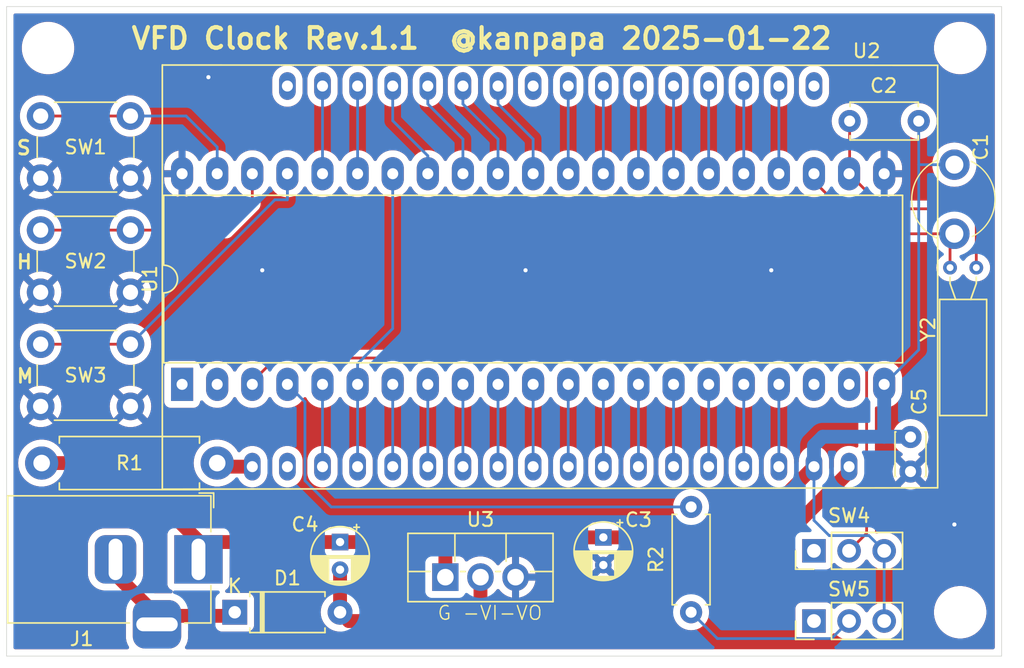
<source format=kicad_pcb>
(kicad_pcb (version 20240108) (generator "pcbnew") (generator_version "8.0")
  (title_block (title "VFD Clock") (date "2025-01-22") (rev "1.1") (company "kanpapa.com"))
  (layers (0 "F.Cu" signal) (31 "B.Cu" signal) (34 "B.Paste" user) (35 "F.Paste" user) (36 "B.SilkS" user "B.Silkscreen") (37 "F.SilkS" user "F.Silkscreen") (38 "B.Mask" user) (39 "F.Mask" user) (44 "Edge.Cuts" user))
  (net 0 "")
  (net 1 "Net-(U1-~XT)")
  (net 2 "GND")
  (net 3 "Net-(U1-XT)")
  (net 4 "VCC")
  (net 5 "VEE")
  (net 6 "Net-(D1-K)")
  (net 7 "Net-(U2-F2)")
  (net 8 "Net-(SW5-B)")
  (net 9 "Net-(U1-BLIGHT)")
  (net 10 "Net-(U1-CLR-SEC)")
  (net 11 "Net-(U1-UP-HOUR)")
  (net 12 "Net-(U1-UP-MIN)")
  (net 13 "Net-(SW4-B)")
  (net 15 "/c2")
  (net 16 "/a4")
  (net 17 "/a1")
  (net 18 "/g3")
  (net 19 "/d1")
  (net 20 "/a3")
  (net 22 "/b4")
  (net 23 "/c1")
  (net 24 "/f2")
  (net 25 "/e4")
  (net 26 "/b2")
  (net 27 "/b3")
  (net 28 "/c4")
  (net 29 "/a2")
  (net 31 "/g1")
  (net 32 "/f3")
  (net 33 "/e3")
  (net 35 "/c3")
  (net 36 "/b1")
  (net 37 "/e1")
  (net 38 "/g4")
  (net 39 "/d2")
  (net 40 "/f4")
  (net 41 "/e2")
  (net 42 "/d3")
  (net 44 "/g2")
  (net 45 "/f1")
  (footprint "Diode_THT:D_A-405_P7.62mm_Horizontal" (layer "F.Cu") (at 129.71 115.76)
    (property "Reference" "D1" (at 3.81 -2.47 0) (layer "F.SilkS"))
    (property "Value" "1S4")
    (fp_text user "K" (at 0 -1.9 0) (layer "F.SilkS"))
    (pad "1" thru_hole rect (at 0 0) (size 1.8 1.8) (drill 0.9) (layers "*.Cu" "*.Mask") (net 6 "Net-(D1-K)"))
    (pad "2" thru_hole oval (at 7.62 0) (size 1.8 1.8) (drill 0.9) (layers "*.Cu" "*.Mask") (net 5 "VEE"))
  )
  (footprint "Button_Switch_THT:SW_PUSH_6mm" (layer "F.Cu") (at 115.665 79.855)
    (property "Reference" "SW1" (at 3.25 2.25 0) (layer "F.SilkS"))
    (property "Value" "CLR-SEC")
    (pad "1" thru_hole circle (at 0 0 90) (size 2 2) (drill 1.1) (layers "*.Cu" "*.Mask") (net 10 "Net-(U1-CLR-SEC)"))
    (pad "1" thru_hole circle (at 6.5 0 90) (size 2 2) (drill 1.1) (layers "*.Cu" "*.Mask") (net 10 "Net-(U1-CLR-SEC)"))
    (pad "2" thru_hole circle (at 0 4.5 90) (size 2 2) (drill 1.1) (layers "*.Cu" "*.Mask") (net 2 "GND"))
    (pad "2" thru_hole circle (at 6.5 4.5 90) (size 2 2) (drill 1.1) (layers "*.Cu" "*.Mask") (net 2 "GND"))
  )
  (footprint "vfdclock:C_Trim_D6.0mm_H5.0mm_P5.0mm" (layer "F.Cu") (at 181.78 88.375 90)
    (property "Reference" "C1" (at 6.27 1.905 90) (layer "F.SilkS"))
    (property "Value" "30P")
    (pad "1" thru_hole circle (at 0 0 90) (size 2.2 2.2) (drill 1.3) (layers "*.Cu" "*.Mask") (net 1 "Net-(U1-~XT)"))
    (pad "2" thru_hole circle (at 5 0 90) (size 2.2 2.2) (drill 1.3) (layers "*.Cu" "*.Mask") (net 4 "VCC"))
  )
  (footprint "MountingHole:MountingHole_3.2mm_M3" (layer "F.Cu") (at 182.2 74.935)
    (property "Reference" "MH1" (hide yes))
    (property "Value" "MountingHole_3.2mm_M3" (hide yes))
    (pad "" np_thru_hole circle (at 0 0) (size 3.2 3.2) (drill 3.2) (layers "*.Cu" "*.Mask"))
  )
  (footprint "Crystal:Crystal_C38-LF_D3.0mm_L8.0mm_Horizontal" (layer "F.Cu") (at 181.465 90.825)
    (property "Reference" "Y2" (at -1.59 4.465 90) (layer "F.SilkS"))
    (property "Value" "4.1943MHz")
    (pad "1" thru_hole circle (at 0 0) (size 1 1) (drill 0.5) (layers "*.Cu" "*.Mask") (net 1 "Net-(U1-~XT)"))
    (pad "2" thru_hole circle (at 1.9 0) (size 1 1) (drill 0.5) (layers "*.Cu" "*.Mask") (net 3 "Net-(U1-XT)"))
  )
  (footprint "MountingHole:MountingHole_3.2mm_M3" (layer "F.Cu") (at 182.2 115.76)
    (property "Reference" "MH4" (hide yes))
    (property "Value" "MountingHole_3.2mm_M3" (hide yes))
    (pad "" np_thru_hole circle (at 0 0) (size 3.2 3.2) (drill 3.2) (layers "*.Cu" "*.Mask"))
  )
  (footprint "Package_TO_SOT_THT:TO-220F-3_Vertical" (layer "F.Cu") (at 144.95 113.22)
    (property "Reference" "U3" (at 2.54 -4.1675 0) (layer "F.SilkS"))
    (property "Value" "MC7905")
    (pad "1" thru_hole rect (at 0 0) (size 1.905 2) (drill 1.2) (layers "*.Cu" "*.Mask") (net 4 "VCC"))
    (pad "2" thru_hole oval (at 2.54 0) (size 1.905 2) (drill 1.2) (layers "*.Cu" "*.Mask") (net 5 "VEE"))
    (pad "3" thru_hole oval (at 5.08 0) (size 1.905 2) (drill 1.2) (layers "*.Cu" "*.Mask") (net 2 "GND"))
  )
  (footprint "Capacitor_THT:CP_Radial_D4.0mm_P2.00mm" (layer "F.Cu") (at 137.33 110.68 -90)
    (property "Reference" "C4" (at -1.27 2.54 180) (layer "F.SilkS"))
    (property "Value" "100uF")
    (pad "1" thru_hole rect (at 0 0 270) (size 1.2 1.2) (drill 0.6) (layers "*.Cu" "*.Mask") (net 4 "VCC"))
    (pad "2" thru_hole circle (at 2 0 270) (size 1.2 1.2) (drill 0.6) (layers "*.Cu" "*.Mask") (net 5 "VEE"))
  )
  (footprint "MountingHole:MountingHole_3.2mm_M3" (layer "F.Cu") (at 116.2 74.935)
    (property "Reference" "MH2" (hide yes))
    (property "Value" "MountingHole_3.2mm_M3" (hide yes))
    (pad "" np_thru_hole circle (at 0 0) (size 3.2 3.2) (drill 3.2) (layers "*.Cu" "*.Mask"))
  )
  (footprint "Package_DIP:DIP-42_W15.24mm_LongPads" (layer "F.Cu") (at 125.9 99.27 90)
    (property "Reference" "U1" (at 7.62 -2.33 90) (layer "F.SilkS"))
    (property "Value" "T3605")
    (pad "1" thru_hole rect (at 0 0 90) (size 2.4 1.6) (drill 0.8) (layers "*.Cu" "*.Mask"))
    (pad "2" thru_hole oval (at 0 2.54 90) (size 2.4 1.6) (drill 0.8) (layers "*.Cu" "*.Mask"))
    (pad "3" thru_hole oval (at 0 5.08 90) (size 2.4 1.6) (drill 0.8) (layers "*.Cu" "*.Mask") (net 13 "Net-(SW4-B)"))
    (pad "4" thru_hole oval (at 0 7.62 90) (size 2.4 1.6) (drill 0.8) (layers "*.Cu" "*.Mask") (net 9 "Net-(U1-BLIGHT)"))
    (pad "5" thru_hole oval (at 0 10.16 90) (size 2.4 1.6) (drill 0.8) (layers "*.Cu" "*.Mask") (net 25 "/e4"))
    (pad "6" thru_hole oval (at 0 12.7 90) (size 2.4 1.6) (drill 0.8) (layers "*.Cu" "*.Mask") (net 16 "/a4"))
    (pad "7" thru_hole oval (at 0 15.24 90) (size 2.4 1.6) (drill 0.8) (layers "*.Cu" "*.Mask") (net 28 "/c4"))
    (pad "8" thru_hole oval (at 0 17.78 90) (size 2.4 1.6) (drill 0.8) (layers "*.Cu" "*.Mask") (net 18 "/g3"))
    (pad "9" thru_hole oval (at 0 20.32 90) (size 2.4 1.6) (drill 0.8) (layers "*.Cu" "*.Mask") (net 33 "/e3"))
    (pad "10" thru_hole oval (at 0 22.86 90) (size 2.4 1.6) (drill 0.8) (layers "*.Cu" "*.Mask") (net 42 "/d3"))
    (pad "11" thru_hole oval (at 0 25.4 90) (size 2.4 1.6) (drill 0.8) (layers "*.Cu" "*.Mask") (net 35 "/c3"))
    (pad "12" thru_hole oval (at 0 27.94 90) (size 2.4 1.6) (drill 0.8) (layers "*.Cu" "*.Mask") (net 44 "/g2"))
    (pad "13" thru_hole oval (at 0 30.48 90) (size 2.4 1.6) (drill 0.8) (layers "*.Cu" "*.Mask") (net 41 "/e2"))
    (pad "14" thru_hole oval (at 0 33.02 90) (size 2.4 1.6) (drill 0.8) (layers "*.Cu" "*.Mask") (net 15 "/c2"))
    (pad "15" thru_hole oval (at 0 35.56 90) (size 2.4 1.6) (drill 0.8) (layers "*.Cu" "*.Mask") (net 31 "/g1"))
    (pad "16" thru_hole oval (at 0 38.1 90) (size 2.4 1.6) (drill 0.8) (layers "*.Cu" "*.Mask") (net 37 "/e1"))
    (pad "17" thru_hole oval (at 0 40.64 90) (size 2.4 1.6) (drill 0.8) (layers "*.Cu" "*.Mask") (net 19 "/d1"))
    (pad "18" thru_hole oval (at 0 43.18 90) (size 2.4 1.6) (drill 0.8) (layers "*.Cu" "*.Mask") (net 23 "/c1"))
    (pad "19" thru_hole oval (at 0 45.72 90) (size 2.4 1.6) (drill 0.8) (layers "*.Cu" "*.Mask"))
    (pad "20" thru_hole oval (at 0 48.26 90) (size 2.4 1.6) (drill 0.8) (layers "*.Cu" "*.Mask"))
    (pad "21" thru_hole oval (at 0 50.8 90) (size 2.4 1.6) (drill 0.8) (layers "*.Cu" "*.Mask") (net 4 "VCC"))
    (pad "22" thru_hole oval (at 15.24 50.8 90) (size 2.4 1.6) (drill 0.8) (layers "*.Cu" "*.Mask") (net 2 "GND"))
    (pad "23" thru_hole oval (at 15.24 48.26 90) (size 2.4 1.6) (drill 0.8) (layers "*.Cu" "*.Mask") (net 3 "Net-(U1-XT)"))
    (pad "24" thru_hole oval (at 15.24 45.72 90) (size 2.4 1.6) (drill 0.8) (layers "*.Cu" "*.Mask") (net 1 "Net-(U1-~XT)"))
    (pad "25" thru_hole oval (at 15.24 43.18 90) (size 2.4 1.6) (drill 0.8) (layers "*.Cu" "*.Mask") (net 36 "/b1"))
    (pad "26" thru_hole oval (at 15.24 40.64 90) (size 2.4 1.6) (drill 0.8) (layers "*.Cu" "*.Mask") (net 17 "/a1"))
    (pad "27" thru_hole oval (at 15.24 38.1 90) (size 2.4 1.6) (drill 0.8) (layers "*.Cu" "*.Mask") (net 45 "/f1"))
    (pad "28" thru_hole oval (at 15.24 35.56 90) (size 2.4 1.6) (drill 0.8) (layers "*.Cu" "*.Mask") (net 26 "/b2"))
    (pad "29" thru_hole oval (at 15.24 33.02 90) (size 2.4 1.6) (drill 0.8) (layers "*.Cu" "*.Mask") (net 39 "/d2"))
    (pad "30" thru_hole oval (at 15.24 30.48 90) (size 2.4 1.6) (drill 0.8) (layers "*.Cu" "*.Mask") (net 24 "/f2"))
    (pad "31" thru_hole oval (at 15.24 27.94 90) (size 2.4 1.6) (drill 0.8) (layers "*.Cu" "*.Mask") (net 29 "/a2"))
    (pad "32" thru_hole oval (at 15.24 25.4 90) (size 2.4 1.6) (drill 0.8) (layers "*.Cu" "*.Mask") (net 27 "/b3"))
    (pad "33" thru_hole oval (at 15.24 22.86 90) (size 2.4 1.6) (drill 0.8) (layers "*.Cu" "*.Mask") (net 20 "/a3"))
    (pad "34" thru_hole oval (at 15.24 20.32 90) (size 2.4 1.6) (drill 0.8) (layers "*.Cu" "*.Mask") (net 32 "/f3"))
    (pad "35" thru_hole oval (at 15.24 17.78 90) (size 2.4 1.6) (drill 0.8) (layers "*.Cu" "*.Mask") (net 22 "/b4"))
    (pad "36" thru_hole oval (at 15.24 15.24 90) (size 2.4 1.6) (drill 0.8) (layers "*.Cu" "*.Mask") (net 16 "/a4"))
    (pad "37" thru_hole oval (at 15.24 12.7 90) (size 2.4 1.6) (drill 0.8) (layers "*.Cu" "*.Mask") (net 40 "/f4"))
    (pad "38" thru_hole oval (at 15.24 10.16 90) (size 2.4 1.6) (drill 0.8) (layers "*.Cu" "*.Mask") (net 38 "/g4"))
    (pad "39" thru_hole oval (at 15.24 7.62 90) (size 2.4 1.6) (drill 0.8) (layers "*.Cu" "*.Mask") (net 12 "Net-(U1-UP-MIN)"))
    (pad "40" thru_hole oval (at 15.24 5.08 90) (size 2.4 1.6) (drill 0.8) (layers "*.Cu" "*.Mask") (net 11 "Net-(U1-UP-HOUR)"))
    (pad "41" thru_hole oval (at 15.24 2.54 90) (size 2.4 1.6) (drill 0.8) (layers "*.Cu" "*.Mask") (net 10 "Net-(U1-CLR-SEC)"))
    (pad "42" thru_hole oval (at 15.24 0 90) (size 2.4 1.6) (drill 0.8) (layers "*.Cu" "*.Mask") (net 2 "GND"))
  )
  (footprint "Capacitor_THT:CP_Radial_D4.0mm_P2.00mm" (layer "F.Cu") (at 156.38 110.342401 -90)
    (property "Reference" "C3" (at -1.27 -2.54 0) (layer "F.SilkS"))
    (property "Value" "100uF")
    (pad "1" thru_hole rect (at 0 0 270) (size 1.2 1.2) (drill 0.6) (layers "*.Cu" "*.Mask") (net 4 "VCC"))
    (pad "2" thru_hole circle (at 2 0 270) (size 1.2 1.2) (drill 0.6) (layers "*.Cu" "*.Mask") (net 2 "GND"))
  )
  (footprint "Connector_PinHeader_2.54mm:PinHeader_1x03_P2.54mm_Vertical" (layer "F.Cu") (at 171.62 111.315 90)
    (property "Reference" "SW4" (at 2.54 2.54 0) (layer "F.SilkS"))
    (property "Value" "SW_SPDT")
    (pad "1" thru_hole rect (at 0 0 90) (size 1.7 1.7) (drill 1) (layers "*.Cu" "*.Mask"))
    (pad "2" thru_hole oval (at 0 2.54 90) (size 1.7 1.7) (drill 1) (layers "*.Cu" "*.Mask") (net 13 "Net-(SW4-B)"))
    (pad "3" thru_hole oval (at 0 5.08 90) (size 1.7 1.7) (drill 1) (layers "*.Cu" "*.Mask") (net 4 "VCC"))
  )
  (footprint "Button_Switch_THT:SW_PUSH_6mm" (layer "F.Cu") (at 115.665 96.365)
    (property "Reference" "SW3" (at 3.25 2.25 0) (layer "F.SilkS"))
    (property "Value" "UP-MIN")
    (pad "1" thru_hole circle (at 0 0 90) (size 2 2) (drill 1.1) (layers "*.Cu" "*.Mask") (net 12 "Net-(U1-UP-MIN)"))
    (pad "1" thru_hole circle (at 6.5 0 90) (size 2 2) (drill 1.1) (layers "*.Cu" "*.Mask") (net 12 "Net-(U1-UP-MIN)"))
    (pad "2" thru_hole circle (at 0 4.5 90) (size 2 2) (drill 1.1) (layers "*.Cu" "*.Mask") (net 2 "GND"))
    (pad "2" thru_hole circle (at 6.5 4.5 90) (size 2 2) (drill 1.1) (layers "*.Cu" "*.Mask") (net 2 "GND"))
  )
  (footprint "Capacitor_THT:C_Disc_D3.0mm_W2.0mm_P2.50mm" (layer "F.Cu") (at 178.605 103.08 -90)
    (property "Reference" "C5" (at -2.56 -0.635 90) (layer "F.SilkS"))
    (property "Value" "0.1uF")
    (pad "1" thru_hole circle (at 0 0 270) (size 1.6 1.6) (drill 0.8) (layers "*.Cu" "*.Mask") (net 4 "VCC"))
    (pad "2" thru_hole circle (at 2.5 0 270) (size 1.6 1.6) (drill 0.8) (layers "*.Cu" "*.Mask") (net 2 "GND"))
  )
  (footprint "Resistor_THT:R_Axial_DIN0411_L9.9mm_D3.6mm_P12.70mm_Horizontal" (layer "F.Cu") (at 115.74 104.965)
    (property "Reference" "R1" (at 6.35 0 0) (layer "F.SilkS"))
    (property "Value" "150")
    (pad "1" thru_hole circle (at 0 0) (size 2.4 2.4) (drill 1.2) (layers "*.Cu" "*.Mask") (net 4 "VCC"))
    (pad "2" thru_hole oval (at 12.7 0) (size 2.4 2.4) (drill 1.2) (layers "*.Cu" "*.Mask") (net 7 "Net-(U2-F2)"))
  )
  (footprint "Capacitor_THT:C_Disc_D4.7mm_W2.5mm_P5.00mm" (layer "F.Cu") (at 174.2 80.22)
    (property "Reference" "C2" (at 2.46 -2.56 0) (layer "F.SilkS"))
    (property "Value" "5P")
    (pad "1" thru_hole circle (at 0 0) (size 1.6 1.6) (drill 0.8) (layers "*.Cu" "*.Mask") (net 3 "Net-(U1-XT)"))
    (pad "2" thru_hole circle (at 5 0) (size 1.6 1.6) (drill 0.8) (layers "*.Cu" "*.Mask") (net 4 "VCC"))
  )
  (footprint "Connector_BarrelJack:BarrelJack_Horizontal" (layer "F.Cu") (at 127.085 111.935)
    (property "Reference" "J1" (at -8.45 5.75 0) (layer "F.SilkS"))
    (property "Value" "DC12V")
    (pad "1" thru_hole rect (at 0 0) (size 3.5 3.5) (drill oval 1 3) (layers "*.Cu" "*.Mask") (net 4 "VCC"))
    (pad "2" thru_hole roundrect (at -6 0) (size 3 3.5) (drill oval 1 3) (layers "*.Cu" "*.Mask") (net 6 "Net-(D1-K)"))
    (pad "3" thru_hole roundrect (at -3 4.7) (size 3.5 3.5) (drill oval 3 1) (layers "*.Cu" "*.Mask") (net 6 "Net-(D1-K)"))
  )
  (footprint "vfdclock:VFD-48C" (layer "F.Cu") (at 152.57 91.455)
    (property "Reference" "U2" (at 22.86 -16.315 0) (layer "F.SilkS"))
    (property "Value" "VFD-48C")
    (pad "1" thru_hole oval (at -21.59 13.77) (size 1.2 2) (drill 0.8) (layers "*.Cu" "*.Mask") (net 7 "Net-(U2-F2)"))
    (pad "2" thru_hole oval (at -19.05 13.77) (size 1.2 2) (drill 0.8) (layers "*.Cu" "*.Mask"))
    (pad "3" thru_hole oval (at -16.51 13.77) (size 1.2 2) (drill 0.8) (layers "*.Cu" "*.Mask") (net 25 "/e4"))
    (pad "4" thru_hole oval (at -13.97 13.77) (size 1.2 2) (drill 0.8) (layers "*.Cu" "*.Mask") (net 16 "/a4"))
    (pad "5" thru_hole oval (at -11.43 13.77) (size 1.2 2) (drill 0.8) (layers "*.Cu" "*.Mask") (net 28 "/c4"))
    (pad "6" thru_hole oval (at -8.89 13.77) (size 1.2 2) (drill 0.8) (layers "*.Cu" "*.Mask") (net 18 "/g3"))
    (pad "7" thru_hole oval (at -6.35 13.77) (size 1.2 2) (drill 0.8) (layers "*.Cu" "*.Mask") (net 33 "/e3"))
    (pad "8" thru_hole oval (at -3.81 13.77) (size 1.2 2) (drill 0.8) (layers "*.Cu" "*.Mask") (net 42 "/d3"))
    (pad "9" thru_hole oval (at -1.27 13.77) (size 1.2 2) (drill 0.8) (layers "*.Cu" "*.Mask") (net 35 "/c3"))
    (pad "10" thru_hole oval (at 1.27 13.77) (size 1.2 2) (drill 0.8) (layers "*.Cu" "*.Mask") (net 44 "/g2"))
    (pad "11" thru_hole oval (at 3.81 13.77) (size 1.2 2) (drill 0.8) (layers "*.Cu" "*.Mask") (net 41 "/e2"))
    (pad "12" thru_hole oval (at 6.35 13.77) (size 1.2 2) (drill 0.8) (layers "*.Cu" "*.Mask") (net 15 "/c2"))
    (pad "13" thru_hole oval (at 8.89 13.77) (size 1.2 2) (drill 0.8) (layers "*.Cu" "*.Mask") (net 31 "/g1"))
    (pad "14" thru_hole oval (at 11.43 13.77) (size 1.2 2) (drill 0.8) (layers "*.Cu" "*.Mask") (net 37 "/e1"))
    (pad "15" thru_hole oval (at 13.97 13.77) (size 1.2 2) (drill 0.8) (layers "*.Cu" "*.Mask") (net 19 "/d1"))
    (pad "16" thru_hole oval (at 16.51 13.77) (size 1.2 2) (drill 0.8) (layers "*.Cu" "*.Mask") (net 23 "/c1"))
    (pad "17" thru_hole oval (at 19.05 13.77) (size 1.2 2) (drill 0.8) (layers "*.Cu" "*.Mask") (net 4 "VCC"))
    (pad "18" thru_hole oval (at 21.59 13.77) (size 1.2 2) (drill 0.8) (layers "*.Cu" "*.Mask") (net 5 "VEE"))
    (pad "19" thru_hole oval (at 19.05 -13.77) (size 1.2 2) (drill 0.8) (layers "*.Cu" "*.Mask"))
    (pad "20" thru_hole oval (at 16.51 -13.77) (size 1.2 2) (drill 0.8) (layers "*.Cu" "*.Mask") (net 36 "/b1"))
    (pad "21" thru_hole oval (at 13.97 -13.77) (size 1.2 2) (drill 0.8) (layers "*.Cu" "*.Mask") (net 17 "/a1"))
    (pad "22" thru_hole oval (at 11.43 -13.77) (size 1.2 2) (drill 0.8) (layers "*.Cu" "*.Mask") (net 45 "/f1"))
    (pad "23" thru_hole oval (at 8.89 -13.77) (size 1.2 2) (drill 0.8) (layers "*.Cu" "*.Mask") (net 26 "/b2"))
    (pad "24" thru_hole oval (at 6.35 -13.77) (size 1.2 2) (drill 0.8) (layers "*.Cu" "*.Mask") (net 39 "/d2"))
    (pad "25" thru_hole oval (at 3.81 -13.77) (size 1.2 2) (drill 0.8) (layers "*.Cu" "*.Mask") (net 24 "/f2"))
    (pad "26" thru_hole oval (at 1.27 -13.77) (size 1.2 2) (drill 0.8) (layers "*.Cu" "*.Mask") (net 29 "/a2"))
    (pad "27" thru_hole oval (at -1.27 -13.77) (size 1.2 2) (drill 0.8) (layers "*.Cu" "*.Mask"))
    (pad "28" thru_hole oval (at -3.81 -13.77) (size 1.2 2) (drill 0.8) (layers "*.Cu" "*.Mask") (net 27 "/b3"))
    (pad "29" thru_hole oval (at -6.35 -13.77) (size 1.2 2) (drill 0.8) (layers "*.Cu" "*.Mask") (net 20 "/a3"))
    (pad "30" thru_hole oval (at -8.89 -13.77) (size 1.2 2) (drill 0.8) (layers "*.Cu" "*.Mask") (net 32 "/f3"))
    (pad "31" thru_hole oval (at -11.43 -13.77) (size 1.2 2) (drill 0.8) (layers "*.Cu" "*.Mask") (net 22 "/b4"))
    (pad "32" thru_hole oval (at -13.97 -13.77) (size 1.2 2) (drill 0.8) (layers "*.Cu" "*.Mask") (net 40 "/f4"))
    (pad "33" thru_hole oval (at -16.51 -13.77) (size 1.2 2) (drill 0.8) (layers "*.Cu" "*.Mask") (net 38 "/g4"))
    (pad "34" thru_hole oval (at -19.05 -13.77) (size 1.2 2) (drill 0.8) (layers "*.Cu" "*.Mask"))
  )
  (footprint "Resistor_THT:R_Axial_DIN0207_L6.3mm_D2.5mm_P7.62mm_Horizontal" (layer "F.Cu") (at 162.73 108.14 -90)
    (property "Reference" "R2" (at 3.81 2.54 90) (layer "F.SilkS"))
    (property "Value" "33K")
    (pad "1" thru_hole circle (at 0 0 270) (size 1.6 1.6) (drill 0.8) (layers "*.Cu" "*.Mask") (net 9 "Net-(U1-BLIGHT)"))
    (pad "2" thru_hole oval (at 7.62 0 270) (size 1.6 1.6) (drill 0.8) (layers "*.Cu" "*.Mask") (net 8 "Net-(SW5-B)"))
  )
  (footprint "Connector_PinHeader_2.54mm:PinHeader_1x03_P2.54mm_Vertical" (layer "F.Cu") (at 171.62 116.395 90)
    (property "Reference" "SW5" (at 2.305 2.54 0) (layer "F.SilkS"))
    (property "Value" "SW_SPDT")
    (pad "1" thru_hole rect (at 0 0 90) (size 1.7 1.7) (drill 1) (layers "*.Cu" "*.Mask"))
    (pad "2" thru_hole oval (at 0 2.54 90) (size 1.7 1.7) (drill 1) (layers "*.Cu" "*.Mask") (net 8 "Net-(SW5-B)"))
    (pad "3" thru_hole oval (at 0 5.08 90) (size 1.7 1.7) (drill 1) (layers "*.Cu" "*.Mask") (net 4 "VCC"))
  )
  (footprint "Button_Switch_THT:SW_PUSH_6mm" (layer "F.Cu") (at 115.665 88.11)
    (property "Reference" "SW2" (at 3.25 2.25 0) (layer "F.SilkS"))
    (property "Value" "UP-HOUR")
    (pad "1" thru_hole circle (at 0 0 90) (size 2 2) (drill 1.1) (layers "*.Cu" "*.Mask") (net 11 "Net-(U1-UP-HOUR)"))
    (pad "1" thru_hole circle (at 6.5 0 90) (size 2 2) (drill 1.1) (layers "*.Cu" "*.Mask") (net 11 "Net-(U1-UP-HOUR)"))
    (pad "2" thru_hole circle (at 0 4.5 90) (size 2 2) (drill 1.1) (layers "*.Cu" "*.Mask") (net 2 "GND"))
    (pad "2" thru_hole circle (at 6.5 4.5 90) (size 2 2) (drill 1.1) (layers "*.Cu" "*.Mask") (net 2 "GND"))
  )
  (gr_rect (start 113.2 71.935) (end 185.2 118.935) (stroke (width 0.05)) (fill none) (layer "Edge.Cuts"))
  (gr_text "M" (at 113.835 99.25 0) (layer "F.SilkS") (effects (font (size 1 1) (thickness 0.2) (bold yes)) (justify left bottom)))
  (gr_text "-VI" (at 147.49 116.395 0) (layer "F.SilkS") (effects (font (size 1 1) (thickness 0.1)) (justify bottom)))
  (gr_text "-VO" (at 148.76 116.395 0) (layer "F.SilkS") (effects (font (size 1 1) (thickness 0.1)) (justify left bottom)))
  (gr_text "G" (at 144.315 116.395 0) (layer "F.SilkS") (effects (font (size 1 1) (thickness 0.1)) (justify left bottom)))
  (gr_text "H" (at 113.835 90.995 0) (layer "F.SilkS") (effects (font (size 1 1) (thickness 0.2) (bold yes)) (justify left bottom)))
  (gr_text "S" (at 113.835 82.74 0) (layer "F.SilkS") (effects (font (size 1 1) (thickness 0.2) (bold yes)) (justify left bottom)))
  (gr_text "VFD Clock Rev.1.1  @kanpapa 2025-01-22" (at 122.09 75.12 0) (layer "F.SilkS") (effects (font (size 1.5 1.5) (thickness 0.3) (bold yes)) (justify left bottom)))
  (segment (start 175.415 88.375) (end 175.51 88.375) (width 0.2) (layer "F.Cu") (net 1))
  (segment (start 171.62 84.035) (end 171.62 84.58) (width 0.2) (layer "F.Cu") (net 1))
  (segment (start 181.78 88.375) (end 175.51 88.375) (width 0.2) (layer "F.Cu") (net 1))
  (segment (start 171.62 84.58) (end 175.415 88.375) (width 0.2) (layer "F.Cu") (net 1))
  (segment (start 181.465 90.785) (end 181.465 88.69) (width 0.2) (layer "F.Cu") (net 1))
  (segment (start 181.465 88.69) (end 181.78 88.375) (width 0.2) (layer "F.Cu") (net 1))
  (via (at 181.78 109.41) (size 0.6096) (drill 0.3) (layers "F.Cu" "B.Cu") (net 2))
  (via (at 131.7 91.015) (size 0.6096) (drill 0.3) (layers "F.Cu" "B.Cu") (net 2))
  (via (at 168.53 91.015) (size 0.6096) (drill 0.3) (layers "F.Cu" "B.Cu") (net 2))
  (via (at 127.805 77.045) (size 0.6096) (drill 0.3) (layers "F.Cu" "B.Cu") (net 2))
  (via (at 150.75 91.015) (size 0.6096) (drill 0.3) (layers "F.Cu" "B.Cu") (net 2))
  (segment (start 174.16 84.03) (end 176.7 86.57) (width 0.2) (layer "F.Cu") (net 3))
  (segment (start 176.7 86.57) (end 182.435 86.57) (width 0.2) (layer "F.Cu") (net 3))
  (segment (start 174.2 80.22) (end 174.2 83.99) (width 0.2) (layer "F.Cu") (net 3))
  (segment (start 174.2 83.99) (end 174.16 84.03) (width 0.1524) (layer "F.Cu") (net 3))
  (segment (start 183.365 87.5) (end 183.365 90.785) (width 0.2) (layer "F.Cu") (net 3))
  (segment (start 182.435 86.57) (end 183.365 87.5) (width 0.2) (layer "F.Cu") (net 3))
  (segment (start 144.95 113.22) (end 144.95 110.68) (width 1) (layer "F.Cu") (net 4))
  (segment (start 156.38 110.342401) (end 145.287599 110.342401) (width 1) (layer "F.Cu") (net 4))
  (segment (start 145.287599 110.342401) (end 144.95 110.68) (width 1) (layer "F.Cu") (net 4))
  (segment (start 128.0325 110.68) (end 137.33 110.68) (width 1) (layer "F.Cu") (net 4))
  (segment (start 127.085 110.595) (end 127.085 111.32) (width 1) (layer "F.Cu") (net 4))
  (segment (start 144.95 110.68) (end 137.33 110.68) (width 1) (layer "F.Cu") (net 4))
  (segment (start 121.455 104.965) (end 127.085 110.595) (width 1) (layer "F.Cu") (net 4))
  (segment (start 166.502599 110.342401) (end 171.62 105.225) (width 1) (layer "F.Cu") (net 4))
  (segment (start 127.085 111.6275) (end 128.0325 110.68) (width 1) (layer "F.Cu") (net 4))
  (segment (start 115.74 104.965) (end 121.455 104.965) (width 1) (layer "F.Cu") (net 4))
  (segment (start 156.38 110.342401) (end 166.502599 110.342401) (width 1) (layer "F.Cu") (net 4))
  (segment (start 127.085 111.6275) (end 127.085 111.32) (width 0.2) (layer "F.Cu") (net 4))
  (segment (start 172.7224 110.2126) (end 171.62 109.1102) (width 0.2) (layer "B.Cu") (net 4))
  (segment (start 171.62 109.1102) (end 171.62 105.225) (width 0.2) (layer "B.Cu") (net 4))
  (segment (start 176.7 103.06) (end 172.255 103.06) (width 1) (layer "B.Cu") (net 4))
  (segment (start 179.2 96.77) (end 176.7 99.27) (width 0.2) (layer "B.Cu") (net 4))
  (segment (start 179.2 80.22) (end 179.2 83.375) (width 0.2) (layer "B.Cu") (net 4))
  (segment (start 179.2 83.375) (end 179.2 96.77) (width 0.2) (layer "B.Cu") (net 4))
  (segment (start 176.7 111.315) (end 176.7 116.395) (width 0.2) (layer "B.Cu") (net 4))
  (segment (start 171.62 103.695) (end 171.62 105.225) (width 1) (layer "B.Cu") (net 4))
  (segment (start 176.7 103.06) (end 178.585 103.06) (width 1) (layer "B.Cu") (net 4))
  (segment (start 172.255 103.06) (end 171.62 103.695) (width 1) (layer "B.Cu") (net 4))
  (segment (start 179.2 83.375) (end 181.78 83.375) (width 0.2) (layer "B.Cu") (net 4))
  (segment (start 176.7 99.27) (end 176.7 103.06) (width 1) (layer "B.Cu") (net 4))
  (segment (start 178.585 103.06) (end 178.605 103.08) (width 1) (layer "B.Cu") (net 4))
  (segment (start 172.7224 110.2126) (end 175.5976 110.2126) (width 0.2) (layer "B.Cu") (net 4))
  (segment (start 175.5976 110.2126) (end 176.7 111.315) (width 0.2) (layer "B.Cu") (net 4))
  (segment (start 165.905 113.855) (end 174.16 105.6) (width 1) (layer "F.Cu") (net 5))
  (segment (start 174.16 105.6) (end 174.16 105.225) (width 1) (layer "F.Cu") (net 5))
  (segment (start 147.49 116.395) (end 147.49 113.22) (width 1) (layer "F.Cu") (net 5))
  (segment (start 147.49 116.395) (end 159.555 116.395) (width 1) (layer "F.Cu") (net 5))
  (segment (start 137.965 116.395) (end 147.49 116.395) (width 1) (layer "F.Cu") (net 5))
  (segment (start 137.33 112.68) (end 137.33 115.76) (width 1) (layer "F.Cu") (net 5))
  (segment (start 159.555 116.395) (end 162.095 113.855) (width 1) (layer "F.Cu") (net 5))
  (segment (start 162.095 113.855) (end 165.905 113.855) (width 1) (layer "F.Cu") (net 5))
  (segment (start 137.33 115.76) (end 137.965 116.395) (width 1) (layer "F.Cu") (net 5))
  (segment (start 121.085 111.32) (end 121.085 113.02) (width 1) (layer "F.Cu") (net 6))
  (segment (start 124.085 116.02) (end 129.45 116.02) (width 1) (layer "F.Cu") (net 6))
  (segment (start 129.45 116.02) (end 129.71 115.76) (width 1) (layer "F.Cu") (net 6))
  (segment (start 121.085 113.02) (end 124.085 116.02) (width 1) (layer "F.Cu") (net 6))
  (segment (start 128.7 105.225) (end 130.98 105.225) (width 1) (layer "F.Cu") (net 7))
  (segment (start 128.44 104.965) (end 128.7 105.225) (width 1) (layer "F.Cu") (net 7))
  (segment (start 164.635 117.665) (end 162.73 115.76) (width 0.2) (layer "B.Cu") (net 8))
  (segment (start 174.16 116.395) (end 172.89 117.665) (width 0.2) (layer "B.Cu") (net 8))
  (segment (start 172.89 117.665) (end 164.635 117.665) (width 0.2) (layer "B.Cu") (net 8))
  (segment (start 133.52 99.27) (end 134.79 100.54) (width 0.2) (layer "B.Cu") (net 9))
  (segment (start 134.79 100.54) (end 134.79 106.235) (width 0.2) (layer "B.Cu") (net 9))
  (segment (start 136.695 108.14) (end 162.73 108.14) (width 0.2) (layer "B.Cu") (net 9))
  (segment (start 134.79 106.235) (end 136.695 108.14) (width 0.2) (layer "B.Cu") (net 9))
  (segment (start 115.665 79.855) (end 122.165 79.855) (width 0.2) (layer "F.Cu") (net 10))
  (segment (start 128.44 82.105) (end 128.44 84.03) (width 0.2) (layer "B.Cu") (net 10))
  (segment (start 122.165 79.855) (end 126.19 79.855) (width 0.2) (layer "B.Cu") (net 10))
  (segment (start 126.19 79.855) (end 128.44 82.105) (width 0.2) (layer "B.Cu") (net 10))
  (segment (start 130.98 86.205) (end 129.075 88.11) (width 0.2) (layer "F.Cu") (net 11))
  (segment (start 129.075 88.11) (end 115.665 88.11) (width 0.2) (layer "F.Cu") (net 11))
  (segment (start 130.98 84.035) (end 130.98 86.205) (width 0.2) (layer "F.Cu") (net 11))
  (segment (start 115.665 96.365) (end 122.165 96.365) (width 0.2) (layer "F.Cu") (net 12))
  (segment (start 132.615 85.915) (end 122.165 96.365) (width 0.2) (layer "B.Cu") (net 12))
  (segment (start 133.52 85.915) (end 132.615 85.915) (width 0.2) (layer "B.Cu") (net 12))
  (segment (start 133.52 84.035) (end 133.52 85.915) (width 0.2) (layer "B.Cu") (net 12))
  (segment (start 175.43 98) (end 175.43 110.045) (width 0.2) (layer "F.Cu") (net 13))
  (segment (start 130.98 99.075) (end 132.69 97.365) (width 0.2) (layer "F.Cu") (net 13))
  (segment (start 175.43 110.045) (end 174.16 111.315) (width 0.2) (layer "F.Cu") (net 13))
  (segment (start 132.69 97.365) (end 174.795 97.365) (width 0.2) (layer "F.Cu") (net 13))
  (segment (start 174.795 97.365) (end 175.43 98) (width 0.2) (layer "F.Cu") (net 13))
  (segment (start 158.92 105.225) (end 158.92 99.075) (width 0.2) (layer "B.Cu") (net 15))
  (segment (start 141.14 95.2333) (end 138.6 97.7733) (width 0.2) (layer "B.Cu") (net 16))
  (segment (start 138.6 99.075) (end 138.6 97.7733) (width 0.2) (layer "B.Cu") (net 16))
  (segment (start 138.6 105.225) (end 138.6 99.075) (width 0.2) (layer "B.Cu") (net 16))
  (segment (start 141.14 84.035) (end 141.14 95.2333) (width 0.2) (layer "B.Cu") (net 16))
  (segment (start 166.54 77.685) (end 166.54 84.035) (width 0.2) (layer "B.Cu") (net 17))
  (segment (start 143.68 105.225) (end 143.68 99.075) (width 0.2) (layer "B.Cu") (net 18))
  (segment (start 166.54 105.225) (end 166.54 99.075) (width 0.2) (layer "B.Cu") (net 19))
  (segment (start 146.22 77.685) (end 146.22 78.9867) (width 0.2) (layer "B.Cu") (net 20))
  (segment (start 148.76 81.5267) (end 148.76 84.035) (width 0.2) (layer "B.Cu") (net 20))
  (segment (start 146.22 78.9867) (end 148.76 81.5267) (width 0.2) (layer "B.Cu") (net 20))
  (segment (start 141.14 80.1933) (end 143.68 82.7333) (width 0.2) (layer "B.Cu") (net 22))
  (segment (start 143.68 84.035) (end 143.68 82.7333) (width 0.2) (layer "B.Cu") (net 22))
  (segment (start 141.14 77.685) (end 141.14 80.1933) (width 0.2) (layer "B.Cu") (net 22))
  (segment (start 169.08 105.225) (end 169.08 99.075) (width 0.2) (layer "B.Cu") (net 23))
  (segment (start 156.38 77.685) (end 156.38 84.03) (width 0.2) (layer "B.Cu") (net 24))
  (segment (start 136.06 105.225) (end 136.06 99.075) (width 0.2) (layer "B.Cu") (net 25))
  (segment (start 161.46 77.685) (end 161.46 84.035) (width 0.2) (layer "B.Cu") (net 26))
  (segment (start 148.76 77.685) (end 148.76 78.9867) (width 0.2) (layer "B.Cu") (net 27))
  (segment (start 151.3 81.5267) (end 151.3 84.035) (width 0.2) (layer "B.Cu") (net 27))
  (segment (start 148.76 78.9867) (end 151.3 81.5267) (width 0.2) (layer "B.Cu") (net 27))
  (segment (start 141.14 105.225) (end 141.14 99.075) (width 0.2) (layer "B.Cu") (net 28))
  (segment (start 153.84 77.685) (end 153.84 84.035) (width 0.2) (layer "B.Cu") (net 29))
  (segment (start 161.46 105.225) (end 161.46 99.075) (width 0.2) (layer "B.Cu") (net 31))
  (segment (start 143.68 77.685) (end 143.68 78.9867) (width 0.2) (layer "B.Cu") (net 32))
  (segment (start 143.68 78.9867) (end 146.22 81.5267) (width 0.2) (layer "B.Cu") (net 32))
  (segment (start 146.22 81.5267) (end 146.22 84.035) (width 0.2) (layer "B.Cu") (net 32))
  (segment (start 146.22 105.225) (end 146.22 99.075) (width 0.2) (layer "B.Cu") (net 33))
  (segment (start 151.3 105.225) (end 151.3 99.075) (width 0.2) (layer "B.Cu") (net 35))
  (segment (start 169.08 77.685) (end 169.08 84.035) (width 0.2) (layer "B.Cu") (net 36))
  (segment (start 164 105.225) (end 164 99.075) (width 0.2) (layer "B.Cu") (net 37))
  (segment (start 136.06 77.685) (end 136.06 84.035) (width 0.2) (layer "B.Cu") (net 38))
  (segment (start 158.92 77.685) (end 158.92 84.035) (width 0.2) (layer "B.Cu") (net 39))
  (segment (start 138.6 77.685) (end 138.6 84.035) (width 0.2) (layer "B.Cu") (net 40))
  (segment (start 156.38 105.225) (end 156.38 99.075) (width 0.2) (layer "B.Cu") (net 41))
  (segment (start 148.76 105.225) (end 148.76 99.075) (width 0.2) (layer "B.Cu") (net 42))
  (segment (start 153.84 105.225) (end 153.84 99.075) (width 0.2) (layer "B.Cu") (net 44))
  (segment (start 164 77.685) (end 164 84.035) (width 0.2) (layer "B.Cu") (net 45))
  (zone (net 2) (net_name "GND") (layer "F.Cu") (connect_pads (clearance 0.5)) (min_thickness 0.25) (fill yes (thermal_gap 0.5) (thermal_bridge_width 0.5))
    (polygon (pts (xy 113.7 118.435) (xy 184.7 118.435) (xy 184.7 72.435) (xy 113.7 72.435)))
  )
  (zone (net 2) (net_name "GND") (layer "B.Cu") (priority 1) (connect_pads (clearance 0.5)) (min_thickness 0.25) (fill yes (thermal_gap 0.5) (thermal_bridge_width 0.5))
    (polygon (pts (xy 113.7 118.435) (xy 184.7 118.435) (xy 184.7 72.435) (xy 113.7 72.435)))
  )
)
</source>
